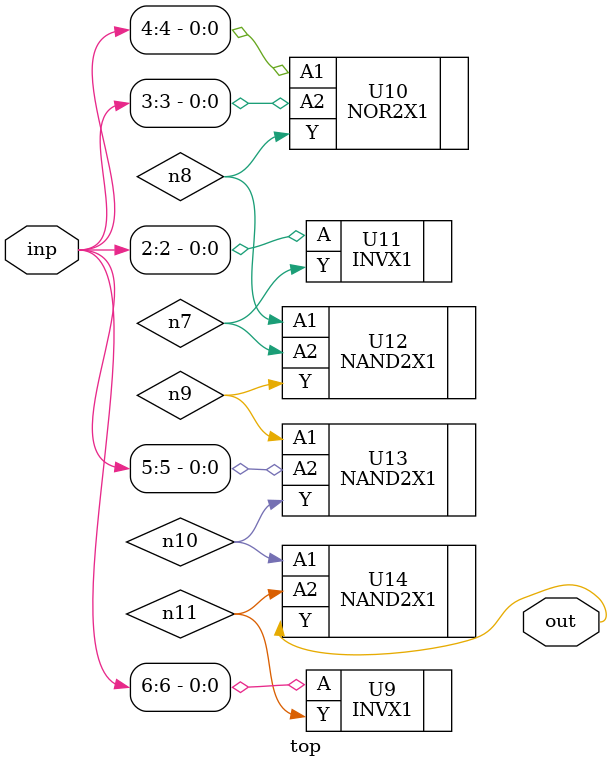
<source format=sv>


module top ( inp, out );
  input [6:0] inp;
  output out;
  wire   n7, n8, n9, n10, n11;

  INVX1 U9 ( .A(inp[6]), .Y(n11) );
  NOR2X1 U10 ( .A1(inp[4]), .A2(inp[3]), .Y(n8) );
  INVX1 U11 ( .A(inp[2]), .Y(n7) );
  NAND2X1 U12 ( .A1(n8), .A2(n7), .Y(n9) );
  NAND2X1 U13 ( .A1(n9), .A2(inp[5]), .Y(n10) );
  NAND2X1 U14 ( .A1(n10), .A2(n11), .Y(out) );
endmodule


</source>
